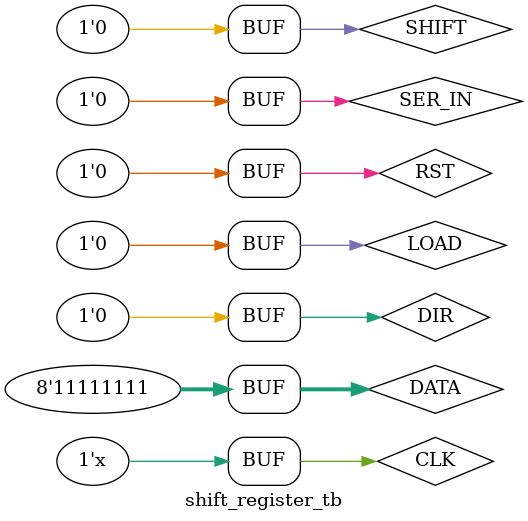
<source format=v>


`timescale 1ns/1ns

module shift_register_tb();
wire [7:0] Q;
reg CLK, RST, LOAD,DIR, SHIFT, SER_IN;
reg [7:0] DATA;

shift_register dut (.Q(Q),.CLK(CLK),.RST(RST),.LOAD(LOAD),
					.SHIFT(SHIFT),.DIR(DIR),.DATA(DATA),.SER_IN(SER_IN));
					

always #2 CLK=~CLK;

initial begin
CLK=0;
DATA=8'b0;
LOAD=0;
RST=1;
#7 
RST=0;
#7
DATA<=8'b 01010101;
LOAD=1;
#7
LOAD=0;
#2;
SHIFT=1;
DIR=1;
SER_IN=0;
#34;
SHIFT=1;
DIR=1;
SER_IN=1;
#8
DATA<=8'b 11111111;
LOAD=1;
#7;
LOAD=0;
#2;
SHIFT=1;
DIR=0;
SER_IN=0;
#34;
SHIFT=0;
#10;
end

endmodule

</source>
